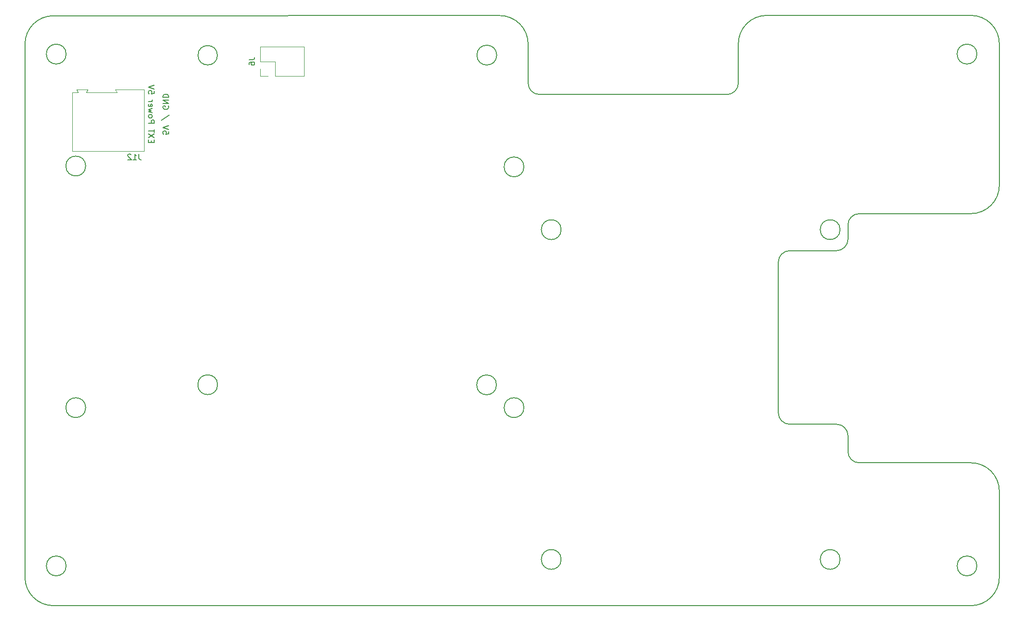
<source format=gbr>
%TF.GenerationSoftware,KiCad,Pcbnew,(6.0.6)*%
%TF.CreationDate,2022-07-08T10:44:38+02:00*%
%TF.ProjectId,norns_fork,6e6f726e-735f-4666-9f72-6b2e6b696361,V2*%
%TF.SameCoordinates,Original*%
%TF.FileFunction,Legend,Bot*%
%TF.FilePolarity,Positive*%
%FSLAX46Y46*%
G04 Gerber Fmt 4.6, Leading zero omitted, Abs format (unit mm)*
G04 Created by KiCad (PCBNEW (6.0.6)) date 2022-07-08 10:44:38*
%MOMM*%
%LPD*%
G01*
G04 APERTURE LIST*
%TA.AperFunction,Profile*%
%ADD10C,0.200000*%
%TD*%
%ADD11C,0.150000*%
%ADD12C,0.120000*%
G04 APERTURE END LIST*
D10*
X54898757Y-36329557D02*
X51345231Y-36329557D01*
X46345230Y-135080000D02*
G75*
G03*
X51345231Y-140080000I5000000J0D01*
G01*
X129190050Y-101251336D02*
G75*
G03*
X129190050Y-101251336I-1740060J0D01*
G01*
X136750000Y-50180957D02*
X169682342Y-50180957D01*
X51345231Y-140080000D02*
X59900000Y-140080000D01*
X134011141Y-62909400D02*
G75*
G03*
X134011141Y-62909400I-1741410J0D01*
G01*
X217545231Y-119953960D02*
X217545231Y-135080000D01*
X140555410Y-131951800D02*
G75*
G03*
X140555410Y-131951800I-1741410J0D01*
G01*
X217545231Y-66131713D02*
X217545231Y-41268982D01*
X178717040Y-106170860D02*
G75*
G03*
X180717000Y-108170860I2000060J60D01*
G01*
X188942909Y-77646960D02*
X180717000Y-77646960D01*
X192942909Y-71131709D02*
G75*
G03*
X190942909Y-73131713I-109J-1999891D01*
G01*
X54898757Y-36329557D02*
X129747928Y-36298538D01*
X129232210Y-43254160D02*
G75*
G03*
X129232210Y-43254160I-1741410J0D01*
G01*
X46345231Y-41329557D02*
X46345231Y-135080000D01*
X217545240Y-119953960D02*
G75*
G03*
X212545231Y-114953960I-5000040J-40D01*
G01*
X57011131Y-105259400D02*
G75*
G03*
X57011131Y-105259400I-1741410J0D01*
G01*
X53580000Y-43071200D02*
G75*
G03*
X53580000Y-43071200I-1740000J0D01*
G01*
X57011131Y-62759400D02*
G75*
G03*
X57011131Y-62759400I-1741410J0D01*
G01*
X51345231Y-36329561D02*
G75*
G03*
X46345231Y-41329557I9J-5000009D01*
G01*
X53580000Y-133088800D02*
G75*
G03*
X53580000Y-133088800I-1740000J0D01*
G01*
X189554000Y-131951800D02*
G75*
G03*
X189554000Y-131951800I-1740000J0D01*
G01*
X190942909Y-110170860D02*
X190942909Y-112953960D01*
X80190000Y-101220000D02*
G75*
G03*
X80190000Y-101220000I-1740000J0D01*
G01*
X213600000Y-133088800D02*
G75*
G03*
X213600000Y-133088800I-1740000J0D01*
G01*
X217545218Y-41268982D02*
G75*
G03*
X212545231Y-36268982I-5000018J-18D01*
G01*
X134011131Y-105259400D02*
G75*
G03*
X134011131Y-105259400I-1741410J0D01*
G01*
X169682342Y-50180942D02*
G75*
G03*
X171682342Y-48180957I58J1999942D01*
G01*
X140555410Y-73951760D02*
G75*
G03*
X140555410Y-73951760I-1741410J0D01*
G01*
X212545231Y-71131731D02*
G75*
G03*
X217545231Y-66131713I-131J5000131D01*
G01*
X134750043Y-48180957D02*
G75*
G03*
X136750000Y-50180957I2000057J57D01*
G01*
X190942840Y-112953960D02*
G75*
G03*
X192942909Y-114953960I2000060J60D01*
G01*
X189555410Y-73951760D02*
G75*
G03*
X189555410Y-73951760I-1741410J0D01*
G01*
X134750000Y-41298538D02*
X134750000Y-48180957D01*
X59900000Y-140080000D02*
X212545231Y-140080000D01*
X212545231Y-140079931D02*
G75*
G03*
X217545231Y-135080000I-31J5000031D01*
G01*
X180717000Y-77646900D02*
G75*
G03*
X178717000Y-79646960I0J-2000000D01*
G01*
X80152939Y-43280000D02*
G75*
G03*
X80152939Y-43280000I-1702939J0D01*
G01*
X176682342Y-36269042D02*
G75*
G03*
X171682342Y-41268982I-42J-4999958D01*
G01*
X190942909Y-73131713D02*
X190942909Y-75646960D01*
X171682342Y-48180957D02*
X171682342Y-41268982D01*
X188942909Y-77647009D02*
G75*
G03*
X190942909Y-75646960I-9J2000009D01*
G01*
X134750062Y-41298538D02*
G75*
G03*
X129747928Y-36298538I-4999962J38D01*
G01*
X178717000Y-79646960D02*
X178717000Y-106170860D01*
X176682342Y-36268982D02*
X212545231Y-36268982D01*
X213601410Y-43071200D02*
G75*
G03*
X213601410Y-43071200I-1741410J0D01*
G01*
X192942909Y-114953960D02*
X212545231Y-114953960D01*
X180717000Y-108170860D02*
X188942909Y-108170860D01*
X212545231Y-71131713D02*
X192942909Y-71131713D01*
X190942840Y-110170860D02*
G75*
G03*
X188942909Y-108170860I-1999940J60D01*
G01*
D11*
X68575228Y-58597180D02*
X68575228Y-58263847D01*
X68051419Y-58120990D02*
X68051419Y-58597180D01*
X69051419Y-58597180D01*
X69051419Y-58120990D01*
X69051419Y-57787657D02*
X68051419Y-57120990D01*
X69051419Y-57120990D02*
X68051419Y-57787657D01*
X69051419Y-56882895D02*
X69051419Y-56311466D01*
X68051419Y-56597180D02*
X69051419Y-56597180D01*
X68051419Y-55216228D02*
X69051419Y-55216228D01*
X69051419Y-54835276D01*
X69003800Y-54740038D01*
X68956180Y-54692419D01*
X68860942Y-54644800D01*
X68718085Y-54644800D01*
X68622847Y-54692419D01*
X68575228Y-54740038D01*
X68527609Y-54835276D01*
X68527609Y-55216228D01*
X68051419Y-54073371D02*
X68099038Y-54168609D01*
X68146657Y-54216228D01*
X68241895Y-54263847D01*
X68527609Y-54263847D01*
X68622847Y-54216228D01*
X68670466Y-54168609D01*
X68718085Y-54073371D01*
X68718085Y-53930514D01*
X68670466Y-53835276D01*
X68622847Y-53787657D01*
X68527609Y-53740038D01*
X68241895Y-53740038D01*
X68146657Y-53787657D01*
X68099038Y-53835276D01*
X68051419Y-53930514D01*
X68051419Y-54073371D01*
X68718085Y-53406704D02*
X68051419Y-53216228D01*
X68527609Y-53025752D01*
X68051419Y-52835276D01*
X68718085Y-52644800D01*
X68099038Y-51882895D02*
X68051419Y-51978133D01*
X68051419Y-52168609D01*
X68099038Y-52263847D01*
X68194276Y-52311466D01*
X68575228Y-52311466D01*
X68670466Y-52263847D01*
X68718085Y-52168609D01*
X68718085Y-51978133D01*
X68670466Y-51882895D01*
X68575228Y-51835276D01*
X68479990Y-51835276D01*
X68384752Y-52311466D01*
X68051419Y-51406704D02*
X68718085Y-51406704D01*
X68527609Y-51406704D02*
X68622847Y-51359085D01*
X68670466Y-51311466D01*
X68718085Y-51216228D01*
X68718085Y-51120990D01*
X69051419Y-49549561D02*
X69051419Y-50025752D01*
X68575228Y-50073371D01*
X68622847Y-50025752D01*
X68670466Y-49930514D01*
X68670466Y-49692419D01*
X68622847Y-49597180D01*
X68575228Y-49549561D01*
X68479990Y-49501942D01*
X68241895Y-49501942D01*
X68146657Y-49549561D01*
X68099038Y-49597180D01*
X68051419Y-49692419D01*
X68051419Y-49930514D01*
X68099038Y-50025752D01*
X68146657Y-50073371D01*
X69051419Y-49216228D02*
X68051419Y-48882895D01*
X69051419Y-48549561D01*
X71591419Y-56644800D02*
X71591419Y-57120990D01*
X71115228Y-57168609D01*
X71162847Y-57120990D01*
X71210466Y-57025752D01*
X71210466Y-56787657D01*
X71162847Y-56692419D01*
X71115228Y-56644800D01*
X71019990Y-56597180D01*
X70781895Y-56597180D01*
X70686657Y-56644800D01*
X70639038Y-56692419D01*
X70591419Y-56787657D01*
X70591419Y-57025752D01*
X70639038Y-57120990D01*
X70686657Y-57168609D01*
X71591419Y-56311466D02*
X70591419Y-55978133D01*
X71591419Y-55644800D01*
X71639038Y-53835276D02*
X70353323Y-54692419D01*
X71543800Y-52216228D02*
X71591419Y-52311466D01*
X71591419Y-52454323D01*
X71543800Y-52597180D01*
X71448561Y-52692419D01*
X71353323Y-52740038D01*
X71162847Y-52787657D01*
X71019990Y-52787657D01*
X70829514Y-52740038D01*
X70734276Y-52692419D01*
X70639038Y-52597180D01*
X70591419Y-52454323D01*
X70591419Y-52359085D01*
X70639038Y-52216228D01*
X70686657Y-52168609D01*
X71019990Y-52168609D01*
X71019990Y-52359085D01*
X70591419Y-51740038D02*
X71591419Y-51740038D01*
X70591419Y-51168609D01*
X71591419Y-51168609D01*
X70591419Y-50692419D02*
X71591419Y-50692419D01*
X71591419Y-50454323D01*
X71543800Y-50311466D01*
X71448561Y-50216228D01*
X71353323Y-50168609D01*
X71162847Y-50120990D01*
X71019990Y-50120990D01*
X70829514Y-50168609D01*
X70734276Y-50216228D01*
X70639038Y-50311466D01*
X70591419Y-50454323D01*
X70591419Y-50692419D01*
%TO.C,J12*%
X66369523Y-60662380D02*
X66369523Y-61376666D01*
X66417142Y-61519523D01*
X66512380Y-61614761D01*
X66655238Y-61662380D01*
X66750476Y-61662380D01*
X65369523Y-61662380D02*
X65940952Y-61662380D01*
X65655238Y-61662380D02*
X65655238Y-60662380D01*
X65750476Y-60805238D01*
X65845714Y-60900476D01*
X65940952Y-60948095D01*
X64988571Y-60757619D02*
X64940952Y-60710000D01*
X64845714Y-60662380D01*
X64607619Y-60662380D01*
X64512380Y-60710000D01*
X64464761Y-60757619D01*
X64417142Y-60852857D01*
X64417142Y-60948095D01*
X64464761Y-61090952D01*
X65036190Y-61662380D01*
X64417142Y-61662380D01*
%TO.C,J6*%
X85692378Y-44029663D02*
X86406664Y-44029663D01*
X86549521Y-43982044D01*
X86644759Y-43886806D01*
X86692378Y-43743949D01*
X86692378Y-43648711D01*
X85692378Y-44934425D02*
X85692378Y-44743949D01*
X85739998Y-44648711D01*
X85787617Y-44601092D01*
X85930474Y-44505854D01*
X86120950Y-44458235D01*
X86501902Y-44458235D01*
X86597140Y-44505854D01*
X86644759Y-44553473D01*
X86692378Y-44648711D01*
X86692378Y-44839187D01*
X86644759Y-44934425D01*
X86597140Y-44982044D01*
X86501902Y-45029663D01*
X86263807Y-45029663D01*
X86168569Y-44982044D01*
X86120950Y-44934425D01*
X86073331Y-44839187D01*
X86073331Y-44648711D01*
X86120950Y-44553473D01*
X86168569Y-44505854D01*
X86263807Y-44458235D01*
D12*
%TO.C,J12*%
X57350000Y-49295000D02*
X57100000Y-49795000D01*
X54700000Y-60145000D02*
X54700000Y-49795000D01*
X55400000Y-49295000D02*
X57300000Y-49295000D01*
X57300000Y-49295000D02*
X57350000Y-49295000D01*
X67300000Y-49295000D02*
X67300000Y-60145000D01*
X57100000Y-49795000D02*
X62500000Y-49795000D01*
X54700000Y-49795000D02*
X55650000Y-49795000D01*
X62200000Y-49295000D02*
X67300000Y-49295000D01*
X62500000Y-49795000D02*
X62200000Y-49295000D01*
X55650000Y-49795000D02*
X55400000Y-49295000D01*
X67300000Y-60145000D02*
X54700000Y-60145000D01*
%TO.C,J6*%
X87679998Y-41762997D02*
X95419998Y-41762997D01*
X87679998Y-41762997D02*
X87679998Y-44362997D01*
X87679998Y-44362997D02*
X90279998Y-44362997D01*
X87679998Y-45632997D02*
X87679998Y-46962997D01*
X90279998Y-46962997D02*
X95419998Y-46962997D01*
X95419998Y-41762997D02*
X95419998Y-46962997D01*
X90279998Y-44362997D02*
X90279998Y-46962997D01*
X87679998Y-46962997D02*
X89009998Y-46962997D01*
%TD*%
M02*

</source>
